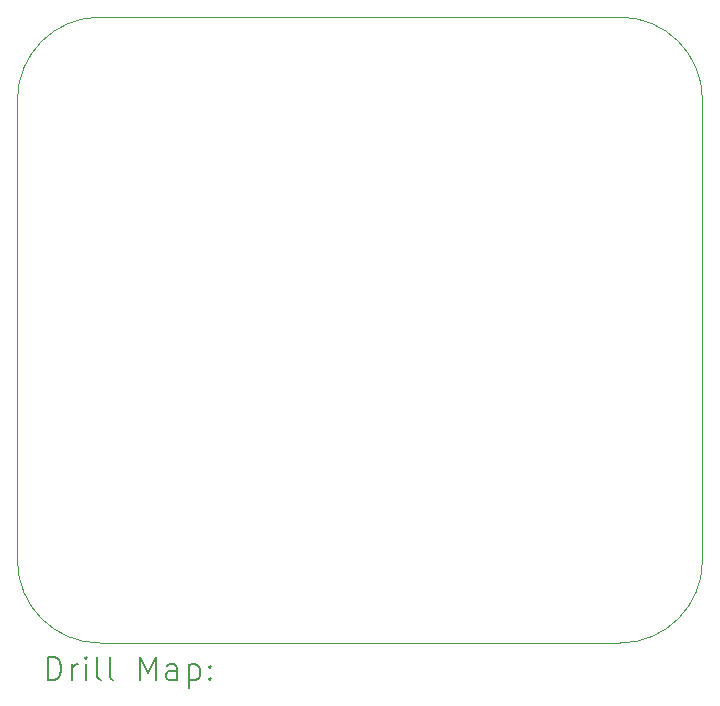
<source format=gbr>
%TF.GenerationSoftware,KiCad,Pcbnew,8.0.4*%
%TF.CreationDate,2024-08-09T00:15:10+02:00*%
%TF.ProjectId,ELE0124CL_control,454c4530-3132-4344-934c-5f636f6e7472,rev?*%
%TF.SameCoordinates,Original*%
%TF.FileFunction,Drillmap*%
%TF.FilePolarity,Positive*%
%FSLAX45Y45*%
G04 Gerber Fmt 4.5, Leading zero omitted, Abs format (unit mm)*
G04 Created by KiCad (PCBNEW 8.0.4) date 2024-08-09 00:15:10*
%MOMM*%
%LPD*%
G01*
G04 APERTURE LIST*
%ADD10C,0.050000*%
%ADD11C,0.200000*%
G04 APERTURE END LIST*
D10*
X10200000Y-9300000D02*
X10200000Y-5400000D01*
X10200000Y-5400000D02*
G75*
G02*
X10900000Y-4700000I700000J0D01*
G01*
X10900000Y-10000000D02*
G75*
G02*
X10200000Y-9300000I0J700000D01*
G01*
X16000000Y-9300000D02*
X16000000Y-5400000D01*
X10900000Y-4700000D02*
X15300000Y-4700000D01*
X15300000Y-4700000D02*
G75*
G02*
X16000000Y-5400000I0J-700000D01*
G01*
X10900000Y-10000000D02*
X15300000Y-10000000D01*
X16000000Y-9300000D02*
G75*
G02*
X15300000Y-10000000I-700000J0D01*
G01*
D11*
X10458277Y-10313984D02*
X10458277Y-10113984D01*
X10458277Y-10113984D02*
X10505896Y-10113984D01*
X10505896Y-10113984D02*
X10534467Y-10123508D01*
X10534467Y-10123508D02*
X10553515Y-10142555D01*
X10553515Y-10142555D02*
X10563039Y-10161603D01*
X10563039Y-10161603D02*
X10572563Y-10199698D01*
X10572563Y-10199698D02*
X10572563Y-10228270D01*
X10572563Y-10228270D02*
X10563039Y-10266365D01*
X10563039Y-10266365D02*
X10553515Y-10285412D01*
X10553515Y-10285412D02*
X10534467Y-10304460D01*
X10534467Y-10304460D02*
X10505896Y-10313984D01*
X10505896Y-10313984D02*
X10458277Y-10313984D01*
X10658277Y-10313984D02*
X10658277Y-10180650D01*
X10658277Y-10218746D02*
X10667801Y-10199698D01*
X10667801Y-10199698D02*
X10677324Y-10190174D01*
X10677324Y-10190174D02*
X10696372Y-10180650D01*
X10696372Y-10180650D02*
X10715420Y-10180650D01*
X10782086Y-10313984D02*
X10782086Y-10180650D01*
X10782086Y-10113984D02*
X10772563Y-10123508D01*
X10772563Y-10123508D02*
X10782086Y-10133031D01*
X10782086Y-10133031D02*
X10791610Y-10123508D01*
X10791610Y-10123508D02*
X10782086Y-10113984D01*
X10782086Y-10113984D02*
X10782086Y-10133031D01*
X10905896Y-10313984D02*
X10886848Y-10304460D01*
X10886848Y-10304460D02*
X10877324Y-10285412D01*
X10877324Y-10285412D02*
X10877324Y-10113984D01*
X11010658Y-10313984D02*
X10991610Y-10304460D01*
X10991610Y-10304460D02*
X10982086Y-10285412D01*
X10982086Y-10285412D02*
X10982086Y-10113984D01*
X11239229Y-10313984D02*
X11239229Y-10113984D01*
X11239229Y-10113984D02*
X11305896Y-10256841D01*
X11305896Y-10256841D02*
X11372562Y-10113984D01*
X11372562Y-10113984D02*
X11372562Y-10313984D01*
X11553515Y-10313984D02*
X11553515Y-10209222D01*
X11553515Y-10209222D02*
X11543991Y-10190174D01*
X11543991Y-10190174D02*
X11524943Y-10180650D01*
X11524943Y-10180650D02*
X11486848Y-10180650D01*
X11486848Y-10180650D02*
X11467801Y-10190174D01*
X11553515Y-10304460D02*
X11534467Y-10313984D01*
X11534467Y-10313984D02*
X11486848Y-10313984D01*
X11486848Y-10313984D02*
X11467801Y-10304460D01*
X11467801Y-10304460D02*
X11458277Y-10285412D01*
X11458277Y-10285412D02*
X11458277Y-10266365D01*
X11458277Y-10266365D02*
X11467801Y-10247317D01*
X11467801Y-10247317D02*
X11486848Y-10237793D01*
X11486848Y-10237793D02*
X11534467Y-10237793D01*
X11534467Y-10237793D02*
X11553515Y-10228270D01*
X11648753Y-10180650D02*
X11648753Y-10380650D01*
X11648753Y-10190174D02*
X11667801Y-10180650D01*
X11667801Y-10180650D02*
X11705896Y-10180650D01*
X11705896Y-10180650D02*
X11724943Y-10190174D01*
X11724943Y-10190174D02*
X11734467Y-10199698D01*
X11734467Y-10199698D02*
X11743991Y-10218746D01*
X11743991Y-10218746D02*
X11743991Y-10275889D01*
X11743991Y-10275889D02*
X11734467Y-10294936D01*
X11734467Y-10294936D02*
X11724943Y-10304460D01*
X11724943Y-10304460D02*
X11705896Y-10313984D01*
X11705896Y-10313984D02*
X11667801Y-10313984D01*
X11667801Y-10313984D02*
X11648753Y-10304460D01*
X11829705Y-10294936D02*
X11839229Y-10304460D01*
X11839229Y-10304460D02*
X11829705Y-10313984D01*
X11829705Y-10313984D02*
X11820182Y-10304460D01*
X11820182Y-10304460D02*
X11829705Y-10294936D01*
X11829705Y-10294936D02*
X11829705Y-10313984D01*
X11829705Y-10190174D02*
X11839229Y-10199698D01*
X11839229Y-10199698D02*
X11829705Y-10209222D01*
X11829705Y-10209222D02*
X11820182Y-10199698D01*
X11820182Y-10199698D02*
X11829705Y-10190174D01*
X11829705Y-10190174D02*
X11829705Y-10209222D01*
M02*

</source>
